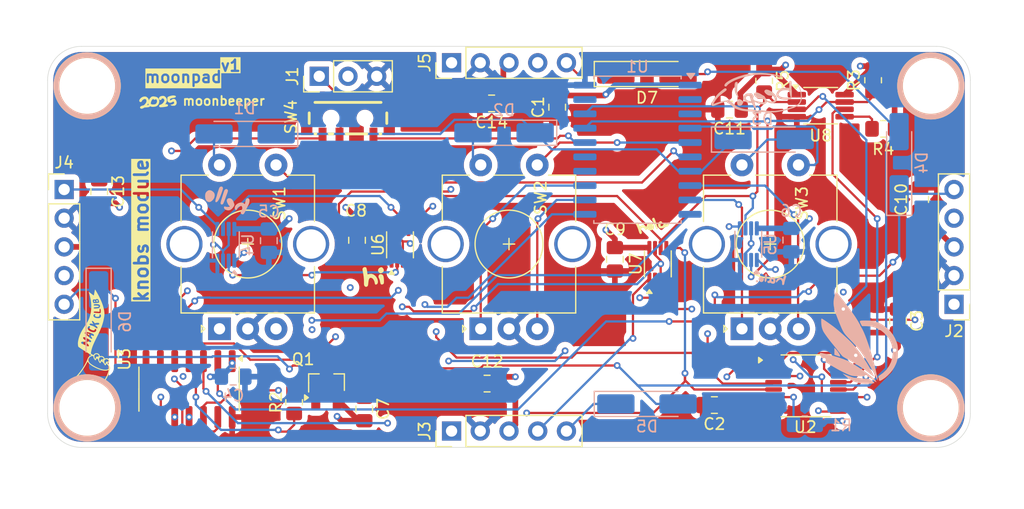
<source format=kicad_pcb>
(kicad_pcb (version 20241229) (generator "pcbnew") (generator_version "9.0")
  (layers (0 "F.Cu" signal) (4 "In1.Cu" signal) (6 "In2.Cu" signal) (2 "B.Cu" signal) (13 "F.Paste" user) (15 "B.Paste" user) (5 "F.SilkS" user "F.Silkscreen") (7 "B.SilkS" user "B.Silkscreen") (1 "F.Mask" user) (3 "B.Mask" user) (25 "Edge.Cuts" user))
  (net 0 "")
  (net 1 "GND")
  (net 2 "+5V")
  (net 3 "Net-(U2-VSS)")
  (net 4 "Net-(D1-A)")
  (net 5 "Net-(J1-Pin_1)")
  (net 6 "Net-(Q1-G)")
  (net 7 "SDA")
  (net 8 "SCL")
  (net 9 "UPDI")
  (net 10 "/EC1_B")
  (net 11 "/EC3_A")
  (net 12 "/EC2_A")
  (net 13 "/EC1_A")
  (net 14 "/EC3_B")
  (net 15 "/EC2_B")
  (net 16 "Net-(U2-~{EN})")
  (net 17 "Net-(U8-READY)")
  (net 18 "/KEY_ROW_1")
  (net 19 "Net-(D2-A)")
  (net 20 "Net-(D3-A)")
  (net 21 "Net-(D4-A)")
  (net 22 "/Base/MASTER_1")
  (net 23 "/Base/MASTER_2")
  (net 24 "/Base/MASTER_3")
  (net 25 "/Base/MASTER_4")
  (net 26 "/Base/SDA_1")
  (net 27 "/Base/SCL_1")
  (net 28 "/Base/SDA_2")
  (net 29 "/Base/SCL_2")
  (net 30 "/Base/SDA_3")
  (net 31 "/Base/SCL_3")
  (net 32 "/Base/SCL_4")
  (net 33 "/Base/SDA_4")
  (net 34 "/Base/MASTER_PMOS")
  (net 35 "/KEY_COL_2")
  (net 36 "/KEY_COL_1")
  (net 37 "/KEY_COL_3")
  (net 38 "/Base/UPDI_H")
  (net 39 "/Base/ANALOG_SW_A0")
  (net 40 "/Base/ANALOG_SW_SDA")
  (net 41 "/Base/ANALOG_SW_A1")
  (net 42 "/Base/ANALOG_SW_SCL")
  (net 43 "/Base/MUX_SWITCH_2")
  (net 44 "/Base/MUX_SWITCH_1")
  (net 45 "/Base/MUX_SWITCH_3")
  (net 46 "/Base/MUX_SWITCH_4")
  (footprint "Connector_PinHeader_2.54mm:PinHeader_1x05_P2.54mm_Vertical" (layer "F.Cu") (at 191.72 61.15 90)
    (property "Reference" "J5")
    (property "Value" "Top_Connector")
  )
  (footprint "Package_SO:VSSOP-8_3x3mm_P0.65mm" (layer "F.Cu") (at 224.3625 64.95)
    (property "Reference" "U8")
    (property "Value" "TCA4311ADGKR")
  )
  (footprint "LOGO" (layer "F.Cu") (at 160.4 85.3 80)
    (property "Reference" "G***" (hide yes))
    (property "Value" "LOGO" (hide yes))
  )
  (footprint "Capacitor_SMD:C_0805_2012Metric_Pad1.18x1.45mm_HandSolder" (layer "F.Cu") (at 201.0625 65.0875 90)
    (property "Reference" "C1")
    (property "Value" "1uF")
  )
  (footprint "Rotary_Encoder:RotaryEncoder_Alps_EC11E-Switch_Vertical_H20mm_CircularMountingHoles" (layer "F.Cu") (at 217.4 84.7 90)
    (property "Reference" "SW3")
    (property "Value" "RotaryEncoder_Switch" (hide yes))
  )
  (footprint "Package_SO:VSSOP-8_2.3x2mm_P0.5mm" (layer "F.Cu") (at 209.9625 78.95 90)
    (property "Reference" "U7")
    (property "Value" "TS5A23166DCUR")
  )
  (footprint "Rotary_Encoder:RotaryEncoder_Alps_EC11E-Switch_Vertical_H20mm_CircularMountingHoles" (layer "F.Cu") (at 194.3 84.7 90)
    (property "Reference" "SW2")
    (property "Value" "RotaryEncoder_Switch" (hide yes))
  )
  (footprint "Connector_PinHeader_2.54mm:PinHeader_1x05_P2.54mm_Vertical" (layer "F.Cu") (at 236.1525 82.53 180)
    (property "Reference" "J2")
    (property "Value" "Right_Connector")
  )
  (footprint "LOGO" (layer "F.Cu") (at 184.8 80.1)
    (property "Reference" "G***" (hide yes))
    (property "Value" "LOGO" (hide yes))
  )
  (footprint "Capacitor_SMD:C_0805_2012Metric_Pad1.18x1.45mm_HandSolder" (layer "F.Cu") (at 195.2625 64.75 180)
    (property "Reference" "C14")
    (property "Value" "1uF")
  )
  (footprint "MountingHole:MountingHole_2.2mm_M2" (layer "F.Cu") (at 234.1 63.2)
    (property "Reference" "H2" (hide yes))
    (property "Value" "MountingHole")
  )
  (footprint "Capacitor_SMD:C_0805_2012Metric_Pad1.18x1.45mm_HandSolder" (layer "F.Cu") (at 216.3 65.3 180)
    (property "Reference" "C11")
    (property "Value" "1uF")
  )
  (footprint "Capacitor_SMD:C_0805_2012Metric_Pad1.18x1.45mm_HandSolder" (layer "F.Cu") (at 183.3625 76.865 90)
    (property "Reference" "C8")
    (property "Value" "1uF")
  )
  (footprint "Connector_PinHeader_2.54mm:PinHeader_1x05_P2.54mm_Vertical" (layer "F.Cu") (at 191.72 93.75 90)
    (property "Reference" "J3")
    (property "Value" "Bottom_Connector")
  )
  (footprint "Diode_SMD:D_MiniMELF_Handsoldering" (layer "F.Cu") (at 209 62.15)
    (property "Reference" "D7")
    (property "Value" "1N4148")
  )
  (footprint "Rotary_Encoder:RotaryEncoder_Alps_EC11E-Switch_Vertical_H20mm_CircularMountingHoles" (layer "F.Cu") (at 171.2 84.7 90)
    (property "Reference" "SW1")
    (property "Value" "RotaryEncoder_Switch" (hide yes))
  )
  (footprint "Package_SO:SOIC-14_3.9x8.7mm_P1.27mm" (layer "F.Cu") (at 168.510854 90.0375 -90)
    (property "Reference" "U3")
    (property "Value" "ATtiny414-SS")
  )
  (footprint "Resistor_SMD:R_0805_2012Metric_Pad1.20x1.40mm_HandSolder" (layer "F.Cu") (at 229 62.7 -90)
    (property "Reference" "R3")
    (property "Value" "4.7k")
  )
  (footprint "LOGO" (layer "F.Cu") (at 165.7 64.6)
    (property "Reference" "G***" (hide yes))
    (property "Value" "LOGO" (hide yes))
  )
  (footprint "Resistor_SMD:R_0805_2012Metric_Pad1.20x1.40mm_HandSolder" (layer "F.Cu") (at 177.8 91.2 -90)
    (property "Reference" "R2")
    (property "Value" "4.7k")
  )
  (footprint "Capacitor_SMD:C_0805_2012Metric_Pad1.18x1.45mm_HandSolder" (layer "F.Cu") (at 160.5625 72.55 90)
    (property "Reference" "C13")
    (property "Value" "1uF")
  )
  (footprint "Package_SO:VSSOP-8_2.3x2mm_P0.5mm" (layer "F.Cu") (at 187.1625 77.265 90)
    (property "Reference" "U6")
    (property "Value" "TS5A23166DCUR")
  )
  (footprint "Resistor_SMD:R_0805_2012Metric_Pad1.20x1.40mm_HandSolder" (layer "F.Cu") (at 219.3625 62.75 -90)
    (property "Reference" "R5")
    (property "Value" "4.7k")
  )
  (footprint "kicad_why:SOT-23_Handsoldering" (layer "F.Cu") (at 180.6625 89.45 90)
    (property "Reference" "Q1")
    (property "Value" "PMOS")
  )
  (footprint "MountingHole:MountingHole_2.2mm_M2" (layer "F.Cu") (at 159.5 91.7)
    (property "Reference" "H4" (hide yes))
    (property "Value" "MountingHole")
  )
  (footprint "Package_SO:TSSOP-16_4.4x5mm_P0.65mm" (layer "F.Cu") (at 223.0625 89.75)
    (property "Reference" "U2")
    (property "Value" "TMUX4052")
  )
  (footprint "Capacitor_SMD:C_0805_2012Metric_Pad1.18x1.45mm_HandSolder" (layer "F.Cu") (at 184 91.8 -90)
    (property "Reference" "C7")
    (property "Value" "1uF")
  )
  (footprint "LOGO" (layer "F.Cu") (at 209.5 75.6)
    (property "Reference" "G***" (hide yes))
    (property "Value" "LOGO" (hide yes))
  )
  (footprint "Capacitor_SMD:C_0805_2012Metric_Pad1.18x1.45mm_HandSolder" (layer "F.Cu") (at 214.9625 91.45 180)
    (property "Reference" "C2")
    (property "Value" "1uF")
  )
  (footprint "MSS12C02LS:SW-SMD_MSS12C02LS-HB2.0-1" (layer "F.Cu") (at 182.5625 66.38)
    (property "Reference" "SW4")
    (property "Value" "SW_SPDT")
  )
  (footprint "MountingHole:MountingHole_2.2mm_M2" (layer "F.Cu") (at 234.1 91.7)
    (property "Reference" "H3" (hide yes))
    (property "Value" "MountingHole")
  )
  (footprint "Capacitor_SMD:C_0805_2012Metric_Pad1.18x1.45mm_HandSolder" (layer "F.Cu") (at 206.1625 78.55 90)
    (property "Reference" "C9")
    (property "Value" "1uF")
  )
  (footprint "Capacitor_SMD:C_0805_2012Metric_Pad1.18x1.45mm_HandSolder" (layer "F.Cu") (at 231.2 84 -90)
    (property "Reference" "C3")
    (property "Value" "1uF")
  )
  (footprint "Resistor_SMD:R_0805_2012Metric_Pad1.20x1.40mm_HandSolder" (layer "F.Cu") (at 229.9 67)
    (property "Reference" "R4")
    (property "Value" "10k")
  )
  (footprint "Capacitor_SMD:C_0805_2012Metric_Pad1.18x1.45mm_HandSolder" (layer "F.Cu") (at 194.8625 89.55 180)
    (property "Reference" "C12")
    (property "Value" "1uF")
  )
  (footprint "Connector_PinHeader_2.54mm:PinHeader_1x03_P2.54mm_Vertical" (layer "F.Cu") (at 180.0225 62.35 90)
    (property "Reference" "J1")
    (property "Value" "UPDI_Common")
  )
  (footprint "Capacitor_SMD:C_0805_2012Metric_Pad1.18x1.45mm_HandSolder" (layer "F.Cu") (at 233.1625 73.25 90)
    (property "Reference" "C10")
    (property "Value" "1uF")
  )
  (footprint "MountingHole:MountingHole_2.2mm_M2" (layer "F.Cu") (at 159.5 63.2)
    (property "Reference" "H1" (hide yes))
    (property "Value" "MountingHole")
  )
  (footprint "Connector_PinHeader_2.54mm:PinHeader_1x05_P2.54mm_Vertical" (layer "F.Cu") (at 157.4625 72.37)
    (property "Reference" "J4")
    (property "Value" "Left_Connector")
  )
  (footprint "Capacitor_SMD:C_0805_2012Metric_Pad1.18x1.45mm_HandSolder" (layer "B.Cu") (at 172.410854 88.9375 180)
    (property "Reference" "C4")
    (property "Value" "1uF")
  )
  (footprint "Diode_SMD:D_MiniMELF_Handsoldering" (layer "B.Cu") (at 219.3625 67.95)
    (property "Reference" "D3")
    (property "Value" "1N4148")
  )
  (footprint "Package_SO:SOIC-20W_7.5x12.8mm_P1.27mm" (layer "B.Cu") (at 208.1625 68.85 180)
    (property "Reference" "U1")
    (property "Value" "ATtiny1616-S")
  )
  (footprint "Diode_SMD:D_MiniMELF_Handsoldering" (layer "B.Cu") (at 196.3625 67.35 180)
    (property "Reference" "D2")
    (property "Value" "1N4148")
  )
  (footprint "Capacitor_SMD:C_0805_2012Metric_Pad1.18x1.45mm_HandSolder" (layer "B.Cu") (at 175.5625 76.9025 90)
    (property "Reference" "C5")
    (property "Value" "1uF")
  )
  (footprint "Package_SO:VSSOP-8_2.3x2mm_P0.5mm" (layer "B.Cu") (at 171.7625 77.265 90)
    (property "Reference" "U4")
    (property "Value" "TS5A23166DCUR")
  )
  (footprint "Diode_SMD:D_MiniMELF_Handsoldering" (layer "B.Cu") (at 209 91.35)
    (property "Reference" "D5")
    (property "Value" "1N4148")
  )
  (footprint "Diode_SMD:D_MiniMELF_Handsoldering" (layer "B.Cu") (at 231.3 70 90)
    (property "Reference" "D4")
    (property "Value" "1N4148")
  )
  (footprint "Diode_SMD:D_MiniMELF_Handsoldering" (layer "B.Cu") (at 173.4625 67.45 180)
    (property "Reference" "D1")
    (property "Value" "1N4148")
  )
  (footprint "LOGO" (layer "B.Cu") (at 227.75 85.5 180)
    (property "Reference" "G***" (hide yes))
    (property "Value" "LOGO" (hide yes))
  )
  (footprint "Package_SO:VSSOP-8_2.3x2mm_P0.5mm" (layer "B.Cu") (at 217.9625 77.2125 90)
    (property "Reference" "U5")
    (property "Value" "TS5A23166DCUR")
  )
  (footprint "LOGO" (layer "B.Cu") (at 220 80.4 180)
    (property "Reference" "G***" (hide yes))
    (property "Value" "LOGO" (hide yes))
  )
  (footprint "Diode_SMD:D_MiniMELF_Handsoldering" (layer "B.Cu") (at 160.510854 84 -90)
    (property "Reference" "D6")
    (property "Value" "1N4148")
  )
  (footprint "Capacitor_SMD:C_0805_2012Metric_Pad1.18x1.45mm_HandSolder" (layer "B.Cu") (at 221.7625 76.85 90)
    (property "Reference" "C6")
    (property "Value" "1uF")
  )
  (footprint "LOGO" (layer "B.Cu") (at 171.8 73.4 160)
    (property "Reference" "G***" (hide yes))
    (property "Value" "LOGO" (hide yes))
  )
  (footprint "LOGO" (layer "B.Cu") (at 218.7 63.8 180)
    (property "Reference" "G***" (hide yes))
    (property "Value" "LOGO" (hide yes))
  )
  (footprint "Resistor_SMD:R_0805_2012Metric_Pad1.20x1.40mm_HandSolder" (layer "B.Cu") (at 222.9625 93.15)
    (property "Reference" "R1")
    (property "Value" "10k")
  )
  (gr_circle (center 159.5 63.2) (end 162.1 64) (stroke (width 0.5)) (fill no) (layer "F.SilkS"))
  (gr_circle (center 234.1 63.2) (end 236.7 64) (stroke (width 0.5)) (fill no) (layer "F.SilkS"))
  (gr_circle (center 159.5 91.7) (end 162.1 92.5) (stroke (width 0.5)) (fill no) (layer "F.SilkS"))
  (gr_circle (center 234.1 91.7) (end 236.7 92.5) (stroke (width 0.5)) (fill no) (layer "F.SilkS"))
  (gr_circle (center 234.1 91.7) (end 231.5 92.5) (stroke (width 0.5)) (fill no) (layer "B.SilkS"))
  (gr_circle (center 159.5 91.7) (end 156.9 92.5) (stroke (width 0.5)) (fill no) (layer "B.SilkS"))
  (gr_circle (center 159.5 63.2) (end 156.9 64) (stroke (width 0.5)) (fill no) (layer "B.SilkS"))
  (gr_circle (center 234.1 63.2) (end 231.5 64) (stroke (width 0.5)) (fill no) (layer "B.SilkS"))
  (gr_arc (start 159 95.2) (mid 156.878685 94.321331) (end 156 92.2) (stroke (width 0.05)) (layer "Edge.Cuts"))
  (gr_arc (start 237.6 92.2) (mid 236.721323 94.321337) (end 234.6 95.2) (stroke (width 0.05)) (layer "Edge.Cuts"))
  (gr_arc (start 156 62.7) (mid 156.878682 60.578696) (end 159 59.7) (stroke (width 0.05)) (layer "Edge.Cuts"))
  (gr_arc (start 234.6 59.7) (mid 236.721326 60.57869) (end 237.6 62.7) (stroke (width 0.05)) (layer "Edge.Cuts"))
  (gr_line (start 156 92.2) (end 156 62.7) (stroke (width 0.05)) (layer "Edge.Cuts"))
  (gr_line (start 234.6 95.2) (end 159 95.2) (stroke (width 0.05)) (layer "Edge.Cuts"))
  (gr_line (start 159 59.7) (end 234.6 59.7) (stroke (width 0.05)) (layer "Edge.Cuts"))
  (gr_line (start 237.6 62.7) (end 237.6 92.2) (stroke (width 0.05)) (layer "Edge.Cuts"))
  (gr_text "v1" (at 171.2 62 0) (layer "F.SilkS" knockout) (effects (font (size 1 1) (thickness 0.2) (bold yes)) (justify left bottom)))
  (gr_text "moonbeeper" (at 175.3 65 0) (layer "F.SilkS") (effects (font (size 0.8 0.8) (thickness 0.16) (bold yes)) (justify right bottom)))
  (gr_text "knobs module" (at 165 76 90) (layer "F.SilkS" knockout) (effects (font (size 1.2 1.2) (thickness 0.24) (bold yes)) (justify bottom)))
  (gr_text "moonpad" (at 168 63 0) (layer "F.SilkS" knockout) (effects (font (size 1 1) (thickness 0.2) (bold yes)) (justify bottom)))
  (segment (start 228.95 61.75) (end 229 61.7) (width 0.5) (layer "F.Cu") (net 2))
  (segment (start 206.1625 77.5125) (end 209.099 77.5125) (width 0.5) (layer "F.Cu") (net 2))
  (segment (start 197.1625 64.75) (end 197.8625 64.05) (width 0.5) (layer "F.Cu") (net 2))
  (segment (start 158.8625 77.45) (end 157.4625 77.45) (width 0.5) (layer "F.Cu") (net 2))
  (segment (start 220.025 61.75) (end 219.3625 61.75) (width 0.5) (layer "F.Cu") (net 2))
  (segment (start 195.9 89.55) (end 197.3625 91.0125) (width 0.5) (layer "F.Cu") (net 2))
  (segment (start 183.5 92.8375) (end 184 92.8375) (width 0.5) (layer "F.Cu") (net 2))
  (segment (start 219.3625 61.75) (end 217.2625 63.85) (width 0.5) (layer "F.Cu") (net 2))
  (segment (start 160.5625 75.75) (end 158.8625 77.45) (width 0.5) (layer "F.Cu") (net 2))
  (segment (start 231.2 86.3) (end 230.9 86.6) (width 0.5) (layer "F.Cu") (net 2))
  (segment (start 229 61.7) (end 230.9 63.6) (width 0.5) (layer "F.Cu") (net 2))
  (segment (start 226.475 63.975) (end 228.7 61.75) (width 0.5) (layer "F.Cu") (net 2))
  (segment (start 183.3625 75.8275) (end 183.3625 74.95) (width 0.5) (layer "F.Cu") (net 2))
  (segment (start 160.5625 73.5875) (end 162 73.5875) (width 0.5) (layer "F.Cu") (net 2))
  (segment (start 231.2 85.0375) (end 228.3625 85.0375) (width 0.5) (layer "F.Cu") (net 2))
  (segment (start 196.3 64.75) (end 197.1625 64.75) (width 0.5) (layer "F.Cu") (net 2))
  (segment (start 205.3625 63.95) (end 205.2625 64.05) (width 0.5) (layer "F.Cu") (net 2))
  (segment (start 197.3625 88.95) (end 196.5 88.95) (width 0.5) (layer "F.Cu") (net 2))
  (segment (start 229 61.5875) (end 229 61.7) (width 0.5) (layer "F.Cu") (net 2))
  (segment (start 183.3625 75.8275) (end 186.299 75.8275) (width 0.5) (layer "F.Cu") (net 2))
  (segment (start 160.5625 73.5875) (end 160.5625 75.75) (width 0.5) (layer "F.Cu") (net 2))
  (segment (start 196.3 61.65) (end 196.8 61.15) (width 0.5) (layer "F.Cu") (net 2))
  (segment (start 231.2 85.0375) (end 231.2 86.3) (width 0.5) (layer "F.Cu") (net 2))
  (segment (start 217.2625 65.225) (end 217.3375 65.3) (width 0.5) (layer "F.Cu") (net 2))
  (segment (start 220.8625 61.75) (end 221.2625 61.35) (width 0.5) (layer "F.Cu") (net 2))
  (segment (start 233.1625 74.2875) (end 233.1625 74.46) (width 0.5) (layer "F.Cu") (net 2))
  (segment (start 186.299 75.8275) (end 186.3365 75.865) (width 0.5) (layer "F.Cu") (net 2))
  (segment (start 196.5 88.95) (end 195.9 89.55) (width 0.5) (layer "F.Cu") (net 2))
  (segment (start 206.1625 77.5125) (end 206.1625 76.75) (width 0.5) (layer "F.Cu") (net 2))
  (segment (start 217.2625 63.85) (end 217.2625 65.225) (width 0.5) (layer "F.Cu") (net 2))
  (segment (start 206.1625 76.75) (end 205.3625 75.95) (width 0.5) (layer "F.Cu") (net 2))
  (segment (start 209.099 77.5125) (end 209.1365 77.55) (width 0.5) (layer "F.Cu") (net 2))
  (segment (start 183.3625 74.95) (end 182.3625 73.95) (width 0.5) (layer "F.Cu") (net 2))
  (segment (start 222.25 63.975) (end 220.025 61.75) (width 0.5) (layer "F.Cu") (net 2))
  (segment (start 205.2625 64.05) (end 201.0625 64.05) (width 0.5) (layer "F.Cu") (net 2))
  (segment (start 196.3 64.75) (end 196.3 61.65) (width 0.5) (layer "F.Cu") (net 2))
  (segment (start 162 73.5875) (end 162.3625 73.95) (width 0.5) (layer "F.Cu") (net 2))
  (segment (start 197.3625 91.0125) (end 197.3625 93.1875) (width 0.5) (layer "F.Cu") (net 2))
  (segment (start 181.9875 92.8375) (end 181.6 92.45) (width 0.5) (layer "F.Cu") (net 2))
  (segment (start 184 92.8375) (end 181.9875 92.8375) (width 0.5) (layer "F.Cu") (net 2))
  (segment (start 228.8625 61.45) (end 229 61.5875) (width 0.5) (layer "F.Cu") (net 2))
  (segment (start 233.1625 74.46) (end 236.1525 77.45) (width 0.5) (layer "F.Cu") (net 2))
  (segment (start 197.8625 64.05) (end 201.0625 64.05) (width 0.5) (layer "F.Cu") (net 2))
  (segment (start 230.9 63.6) (end 230.9 67) (width 0.5) (layer "F.Cu") (net 2))
  (segment (start 228.7 61.75) (end 228.95 61.75) (width 0.5) (layer "F.Cu") (net 2))
  (segment (start 228.3625 85.0375) (end 225.925 87.475) (width 0.5) (layer "F.Cu") (net 2))
  (segment (start 197.3625 93.1875) (end 196.8 93.75) (width 0.5) (layer "F.Cu") (net 2))
  (segment (start 227.8625 61.45) (end 228.8625 61.45) (width 0.5) (layer "F.Cu") (net 2))
  (segment (start 219.3625 61.75) (end 220.8625 61.75) (width 0.5) (layer "F.Cu") (net 2))
  (segment (start 181.6125 90.95) (end 183.5 92.8375) (width 0.5) (layer "F.Cu") (net 2))
  (via (at 223.3625 74.95) (size 0.6) (drill 0.3) (layers "F.Cu" "B.Cu") (net 2))
  (via (at 162.3625 73.95) (size 0.6) (drill 0.3) (layers "F.Cu" "B.Cu") (net 2))
  (via (at 197.3625 88.95) (size 0.6) (drill 0.3) (layers "F.Cu" "B.Cu") (net 2))
  (via (at 205.3625 63.95) (size 0.6) (drill 0.3) (layers "F.Cu" "B.Cu") (net 2))
  (via (at 177.3625 74.95) (size 0.6) (drill 0.3) (layers "F.Cu" "B.Cu") (net 2))
  (via (at 181.6 92.45) (size 0.6) (drill 0.3) (layers "F.Cu" "B.Cu") (net 2))
  (via (at 182.3625 73.95) (size 0.6) (drill 0.3) (layers "F.Cu" "B.Cu") (net 2))
  (via (at 227.8625 61.45) (size 0.6) (drill 0.3) (layers "F.Cu" "B.Cu") (net 2))
  (via (at 230.9 86.6) (size 0.6) (drill 0.3) (layers "F.Cu" "B.Cu") (net 2))
  (via (at 205.3625 75.95) (size 0.6) (drill 0.3) (layers "F.Cu" "B.Cu") (net 2))
  (via (at 172.320854 87.7375) (size 0.6) (drill 0.3) (layers "F.Cu" "B.Cu") (net 2))
  (via (at 170.380854 88.95) (size 0.6) (drill 0.3) (layers "F.Cu" "B.Cu") (net 2))
  (via (at 226.2625 92.85) (size 0.6) (drill 0.3) (layers "F.Cu" "B.Cu") (net 2))
  (via (at 221.2625 61.35) (size 0.6) (drill 0.3) (layers "F.Cu" "B.Cu") (net 2))
  (segment (start 212.8125 63.135) (end 206.1775 63.135) (width 0.5) (layer "B.Cu") (net 2))
  (segment (start 176.4475 75.865) (end 177.3625 74.95) (width 0.5) (layer "B.Cu") (net 2))
  (segment (start 224.5625 93.15) (end 223.9625 93.15) (width 0.5) (layer "B.Cu") (net 2))
  (segment (start 175.5625 75.865) (end 176.4475 75.865) (width 0.5) (layer "B.Cu") (net 2))
  (segment (start 171.625854 88.685) (end 172.320854 87.99) (width 0.5) (layer "B.Cu") (net 2))
  (segment (start 171.373354 88.685) (end 171.625854 88.685) (width 0.5) (layer "B.Cu") (net 2))
  (segment (start 170.393354 88.9375) (end 170.380854 88.95) (width 0.5) (layer "B.Cu") (net 2))
  (segment (start 222.5 75.8125) (end 223.3625 74.95) (width 0.5) (layer "B.Cu") (net 2))
  (segment (start 175.5625 75.865) (end 172.5885 75.865) (width 0.5) (layer "B.Cu") (net 2))
  (segment (start 206.1775 63.135) (end 205.3625 63.95) (width 0.5) (layer "B.Cu") (net 2))
  (segment (start 226.2625 92.85) (end 224.8625 92.85) (width 0.5) (layer "B.Cu") (net 2))
  (segment (start 171.373354 88.9375) (end 171.373354 88.685) (width 0.5) (layer "B.Cu") (net 2))
  (segment (start 224.8625 92.85) (end 224.5625 93.15) (width 0.5) (layer "B.Cu") (net 2))
  (segment (start 172.320854 87.99) (end 172.320854 87.7375) (width 0.5) (layer "B.Cu") (net 2))
  (segment (start 221.7625 75.8125) (end 222.5 75.8125) (width 0.5) (layer "B.Cu") (net 2))
  (segment (start 221.7625 75.8125) (end 218.7885 75.8125) (width 0.5) (layer "B.Cu") (net 2))
  (segment (start 171.373354 88.9375) (end 170.393354 88.9375) (width 0.5) (layer "B.Cu") (net 2))
  (segment (start 216 91.45) (end 220.125 91.45) (width 0.2) (layer "F.Cu") (net 3))
  (segment (start 220.125 91.45) (end 220.2 91.375) (width 0.2) (layer "F.Cu") (net 3))
  (segment (start 170.7125 69.7125) (end 171.2 70.2) (width 0.2) (layer "B.Cu") (net 4))
  (segment (start 170.7125 67.45) (end 170.7125 69.7125) (width 0.2) (layer "B.Cu") (net 4))
  (segment (start 181.9135 67.699) (end 181.9135 64.241) (width 0.2) (layer "F.Cu") (net 5))
  (segment (start 181.8125 67.8) (end 181.9135 67.699) (width 0.2) (layer "F.Cu") (net 5))
  (segment (start 181.9135 64.241) (end 180.0225 62.35) (width 0.2) (layer "F.Cu") (net 5))
  (segment (start 179.7125 90.95) (end 178.9625 90.2) (width 0.2) (layer "F.Cu") (net 6))
  (segment (start 178.9625 90.2) (end 177.8 90.2) (width 0.2) (layer "F.Cu") (net 6))
  (segment (start 212.9625 82.95) (end 210.3625 82.95) (width 0.2) (layer "F.Cu") (net 7))
  (segment (start 209.3625 81.95) (end 208.3625 81.95) (width 0.2) (layer "F.Cu") (net 7))
  (segment (start 209.7125 82.3) (end 209.7125 80.974999) (width 0.2) (layer "F.Cu") (net 7))
  (segment (start 179.3625 79.95) (end 172.3625 79.95) (width 0.2) (layer "F.Cu") (net 7))
  (segment (start 224.8875 64.625) (end 226.475 64.625) (width 0.2) (layer "F.Cu") (net 7))
  (segment (start 224.2125 65.3) (end 224.8875 64.625) (width 0.2) (layer "F.Cu") (net 7))
  (segment (start 186.9125 78.665) (end 186.9125 79.549) (width 0.2) (layer "F.Cu") (net 7))
  (segment (start 209.7125 80.35) (end 209.7125 80.974999) (width 0.2) (layer "F.Cu") (net 7))
  (segment (start 219.6625 66.299) (end 219.6625 78.65) (width 0.2) (layer "F.Cu") (net 7))
  (segment (start 209.7125 82.3) (end 209.3625 81.95) (width 0.2) (layer "F.Cu") (net 7))
  (segment (start 186.9125 79.549) (end 186.7625 79.699) (width 0.2) (layer "F.Cu") (net 7))
  (segment (start 228.4875 64.625) (end 229 64.1125) (width 0.2) (layer "F.Cu") (net 7))
  (segment (start 226.475 64.625) (end 228.4875 64.625) (width 0.2) (layer "F.Cu") (net 7))
  (segment (start 229 64.1125) (end 229 63.7) (width 0.2) (layer "F.Cu") (net 7))
  (segment (start 210.3625 82.95) (end 209.7125 82.3) (width 0.2) (layer "F.Cu") (net 7))
  (segment (start 219.6625 78.65) (end 218.2125 80.1) (width 0.2) (layer "F.Cu") (net 7))
  (via (at 219.6625 66.299) (size 0.6) (drill 0.3) (layers "F.Cu" "B.Cu") (net 7))
  (via (at 179.3625 79.95) (size 0.6) (drill 0.3) (layers "F.Cu" "B.Cu") (net 7))
  (via (at 218.2125 80.1) (size 0.6) (drill 0.3) (layers "F.Cu" "B.Cu") (net 7))
  (via (at 208.3625 81.95) (size 0.6) (drill 0.3) (layers "F.Cu" "B.Cu") (net 7))
  (via (at 224.2125 65.3) (size 0.6) (drill 0.3) (layers "F.Cu" "B.Cu") (net 7))
  (via (at 186.7625 79.699) (size 0.6) (drill 0.3) (layers "F.Cu" "B.Cu") (net 7))
  (via (at 212.9625 82.95) (size 0.6) (drill 0.3) (layers "F.Cu" "B.Cu") (net 7))
  (via (at 172.3625 79.95) (size 0.6) (drill 0.3) (layers "F.Cu" "B.Cu") (net 7))
  (segment (start 219.6625 66.299) (end 219.4135 66.299) (width 0.2) (layer "B.Cu") (net 7))
  (segment (start 219.3685 66.344) (end 204.1135 66.344) (width 0.2) (layer "B.Cu") (net 7))
  (segment (start 179.6135 79.699) (end 179.3625 79.95) (width 0.2) (layer "B.Cu") (net 7))
  (segment (start 218.2125 80.1) (end 218.2125 78.6125) (width 0.2) (layer "B.Cu") (net 7))
  (segment (start 172.3625 79.95) (end 172.0125 79.6) (width 0.2) (layer "B.Cu") (net 7))
  (segment (start 172.0125 79.6) (end 172.0125 78.665) (width 0.2) (layer "B.Cu") (net 7))
  (segment (start 223.2135 66.299) (end 219.6625 66.299) (width 0.2) (layer "B.Cu") (net 7))
  (segment (start 204.1135 66.344) (end 203.5125 66.945) (width 0.2) (layer "B.Cu") (net 7))
  (segment (start 186.7625 79.699) (end 179.6135 79.699) (width 0.2) (layer "B.Cu") (net 7))
  (segment (start 224.2125 65.3) (end 223.2135 66.299) (width 0.2) (layer "B.Cu") (net 7))
  (segment (start 219.4135 66.299) (end 219.3685 66.344) (width 0.2) (layer "B.Cu") (net 7))
  (segment (start 218.364915 72.947585) (end 218.7625 72.55) (width 0.2) (layer "F.Cu") (net 8))
  (segment (start 219.3625 64.65) (end 218.7625 65.25) (width 0.2) (layer "F.Cu") (net 8))
  (segment (start 218.7625 72.55) (end 218.7625 65.25) (width 0.2) (layer "F.Cu") (net 8))
  (segment (start 220.2375 64.625) (end 222.25 64.625) (width 0.2) (layer "F.Cu") (net 8))
  (segment (start 219.3625 63.75) (end 220.2375 64.625) (width 0.2) (layer "F.Cu") (net 8))
  (segment (start 218.364915 72.949) (end 218.364915 72.947585) (width 0.2) (layer "F.Cu") (net 8))
  (segment (start 206.3625 72.95) (end 189.702501 72.95) (width 0.2) (layer "F.Cu") (net 8))
  (segment (start 189.702501 72.95) (end 187.4125 75.240001) (width 0.2) (layer "F.Cu") (net 8))
  (segment (start 219.3625 63.75) (end 219.3625 64.65) (width 0.2) (layer "F.Cu") (net 8))
  (segment (start 187.4125 75.240001) (end 187.4125 75.865) (width 0.2) (layer "F.Cu") (net 8))
  (segment (start 210.2125 76.925001) (end 210.2125 77.55) (width 0.2) (layer "F.Cu") (net 8))
  (segment (start 218.363915 72.95) (end 214.187501 72.95) (width 0.2) (layer "F.Cu") (net 8))
  (segment (start 210.2125 77.55) (end 210.2125 76.8) (width 0.2) (layer "F.Cu") (net 8))
  (segment (start 210.2125 76.8) (end 206.3625 72.95) (width 0.2) (layer "F.Cu") (net 8))
  (segment (start 187.4125 75.865) (end 187.4125 75) (width 0.2) (layer "F.Cu") (net 8))
  (segment (start 187.4125 75) (end 186.3625 73.95) (width 0.2) (layer "F.Cu") (net 8))
  (segment (start 214.187501 72.95) (end 210.2125 76.925001) (width 0.2) (layer "F.Cu") (net 8))
  (segment (start 218.364915 72.949) (end 218.363915 72.95) (width 0.2) (layer "F.Cu") (net 8))
  (via (at 186.3625 73.95) (size 0.6) (drill 0.3) (layers "F.Cu" "B.Cu") (net 8))
  (via (at 218.364915 72.949) (size 0.6) (drill 0.3) (layers "F.Cu" "B.Cu") (net 8))
  (via (at 218.7625 65.25) (size 0.6) (drill 0.3) (layers "F.Cu" "B.Cu") (net 8))
  (segment (start 171.5125 75.240001) (end 171.5125 75.865) (width 0.2) (layer "B.Cu") (net 8))
  (segment (start 218.5185 65.006) (end 204.1815 65.006) (width 0.2) (layer "B.Cu") (net 8))
  (segment (start 186.3625 73.95) (end 185.3625 72.95) (width 0.2) (layer "B.Cu") (net 8))
  (segment (start 218.3625 74.002057) (end 217.7125 74.652057) (width 0.2) (layer "B.Cu") (net 8))
  (segment (start 218.3625 72.951415) (end 218.3625 74.002057) (width 0.2) (layer "B.Cu") (net 8))
  (segment (start 217.7125 74.652057) (end 217.7125 75.8125) (width 0.2) (layer "B.Cu") (net 8))
  (segment (start 204.1815 65.006) (end 203.5125 65.675) (width 0.2) (layer "B.Cu") (net 8))
  (segment (start 185.3625 72.95) (end 173.802501 72.95) (width 0.2) (layer "B.Cu") (net 8))
  (segment (start 173.802501 72.95) (end 171.5125 75.240001) (width 0.2) (layer "B.Cu") (net 8))
  (segment (start 218.7625 65.25) (end 218.5185 65.006) (width 0.2) (layer "B.Cu") (net 8))
  (segment (start 218.364915 72.949) (end 218.3625 72.951415) (width 0.2) (layer "B.Cu") (net 8))
  (segment (start 201.3169 67.616) (end 202.052827 67.616) (width 0.2) (layer "F.Cu") (net 9))
  (segment (start 201.0819 67.851) (end 201.3169 67.616) (width 0.2) (layer "F.Cu") (net 9))
  (segment (start 184.8635 67.851) (end 201.0819 67.851) (width 0.2) (layer "F.Cu") (net 9))
  (segment (start 184.8125 67.8) (end 184.8635 67.851) (width 0.2) (layer "F.Cu") (net 9))
  (via (at 202.052827 67.616) (size 0.6) (drill 0.3) (layers "F.Cu" "B.Cu") (net 9))
  (segment (start 202.651827 68.215) (end 203.5125 68.215) (width 0.2) (layer "B.Cu") (net 9))
  (segment (start 202.052827 67.616) (end 202.651827 68.215) (width 0.2) (layer "B.Cu") (net 9))
  (via (at 179.3625 83.95) (size 0.6) (drill 0.3) (layers "F.Cu" "B.Cu") (net 10))
  (segment (start 185.9605 83.352) (end 192.377543 83.352) (width 0.2) (layer "B.Cu") (net 10))
  (segment (start 192.377543 83.352) (end 195.779543 79.95) (width 0.2) (layer "B.Cu") (net 10))
  (segment (start 185.3625 83.95) (end 185.9605 83.352) (width 0.2) (layer "B.Cu") (net 10))
  (segment (start 179.3625 83.95) (end 185.3625 83.95) (width 0.2) (layer "B.Cu") (net 10))
  (segment (start 207.4275 79.95) (end 212.8125 74.565) (width 0.2) (layer "B.Cu") (net 10))
  (segment (start 195.779543 79.95) (end 207.4275 79.95) (width 0.2) (layer "B.Cu") (net 10))
  (segment (start 217.1125 73.7) (end 217.4 73.9875) (width 0.2) (layer "F.Cu") (net 11))
  (segment (start 217.4 73.9875) (end 217.4 84.7) (width 0.2) (layer "F.Cu") (net 11))
  (via (at 217.1125 73.7) (size 0.6) (drill 0.3) (layers "F.Cu" "B.Cu") (net 11))
  (segment (start 216.7075 73.295) (end 212.8125 73.295) (width 0.2) (layer "B.Cu") (net 11))
  (segment (start 217.1125 73.7) (end 216.7075 73.295) (width 0.2) (layer "B.Cu") (net 11))
  (segment (start 194.3 76.0125) (end 194.3 84.7) (width 0.2) (layer "F.Cu") (net 12))
  (segment (start 195.3625 74.95) (end 194.3 76.0125) (width 0.2) (layer "F.Cu") (net 12))
  (via (at 195.3625 74.95) (size 0.6) (drill 0.3) (layers "F.Cu" "B.Cu") (net 12))
  (segment (start 203.5125 72.025) (end 198.2875 72.025) (width 0.2) (layer "B.Cu") (net 12))
  (segment (start 198.2875 72.025) (end 195.3625 74.95) (width 0.2) (layer "B.Cu") (net 12))
  (via (at 189.3625 82.55) (size 0.6) (drill 0.3) (layers "F.Cu" "B.Cu") (net 13))
  (segment (start 191.3625 82.752) (end 192.1645 81.95) (width 0.2) (layer "B.Cu") (net 13))
  (segment (start 193.212443 81.95) (end 200.597443 74.565) (width 0.2) (layer "B.Cu") (net 13))
  (segment (start 189.5645 82.752) (end 191.3625 82.752) (width 0.2) (layer "B.Cu") (net 13))
  (segment (start 189.3625 82.55) (end 189.5645 82.752) (width 0.2) (layer "B.Cu") (net 13))
  (segment (start 200.597443 74.565) (end 203.5125 74.565) (width 0.2) (layer "B.Cu") (net 13))
  (segment (start 192.1645 81.95) (end 193.212443 81.95) (width 0.2) (layer "B.Cu") (net 13))
  (segment (start 222.3625 84.6625) (end 222.4 84.7) (width 0.2) (layer "F.Cu") (net 14))
  (segment (start 222.3625 74.95) (end 222.3625 84.6625) (width 0.2) (layer "F.Cu") (net 14))
  (segment (start 222.00625 74.59375) (end 222.3625 74.95) (width 0.2) (layer "F.Cu") (net 14))
  (via (at 222.00625 74.59375) (size 0.6) (drill 0.3) (layers "F.Cu" "B.Cu") (net 14))
  (segment (start 222.00625 74.59375) (end 219.4375 72.025) (width 0.2) (layer "B.Cu") (net 14))
  (segment (start 219.4375 72.025) (end 212.8125 72.025) (width 0.2) (layer "B.Cu") (net 14))
  (segment (start 199.3 75.0125) (end 199.3 84.7) (width 0.2) (layer "F.Cu") (net 15))
  (segment (start 199.3625 74.95) (end 199.3 75.0125) (width 0.2) (layer "F.Cu") (net 15))
  (via (at 199.3625 74.95) (size 0.6) (drill 0.3) (layers "F.Cu" "B.Cu") (net 15))
  (segment (start 201.0175 73.295) (end 199.3625 74.95) (width 0.2) (layer "B.Cu") (net 15))
  (segment (start 203.5125 73.295) (end 201.0175 73.295) (width 0.2) (layer "B.Cu") (net 15))
  (segment (start 221.1375 90.725) (end 220.2 90.725) (width 0.2) (layer "F.Cu") (net 16))
  (segment (start 221.1625 90.75) (end 221.1375 90.725) (width 0.2) (layer "F.Cu") (net 16))
  (segment (start 221.9625 90.75) (end 221.1625 90.75) (width 0.2) (layer "F.Cu") (net 16))
  (via (at 221.9625 90.75) (size 0.6) (drill 0.3) (layers "F.Cu" "B.Cu") (net 16))
  (segment (start 221.9625 90.75) (end 221.9625 93.15) (width 0.2) (layer "B.Cu") (net 16))
  (segment (start 228.9 66.15) (end 228.9 67) (width 0.2) (layer "F.Cu") (net 17))
  (segment (start 226.475 65.925) (end 228.675 65.925) (width 0.2) (layer "F.Cu") (net 17))
  (segment (start 228.675 65.925) (end 228.9 66.15) (width 0.2) (layer "F.Cu") (net 17))
  (segment (start 209.848501 68.816) (end 211.787501 70.755) (width 0.2) (layer "B.Cu") (net 18))
  (segment (start 216.6125 67.95) (end 213.8075 70.755) (width 0.2) (layer "B.Cu") (net 18))
  (segment (start 176.2125 67.45) (end 190.72634 67.45) (width 0.2) (layer "B.Cu") (net 18))
  (segment (start 200.5785 68.816) (end 209.848501 68.816) (width 0.2) (layer "B.Cu") (net 18))
  (segment (start 211.787501 70.755) (end 212.8125 70.755) (width 0.2) (layer "B.Cu") (net 18))
  (segment (start 213.8075 70.755) (end 212.8125 70.755) (width 0.2) (layer "B.Cu") (net 18))
  (segment (start 190.72634 67.45) (end 191.97734 66.199) (width 0.2) (layer "B.Cu") (net 18))
  (segment (start 199.1125 67.35) (end 200.5785 68.816) (width 0.2) (layer "B.Cu") (net 18))
  (segment (start 191.97734 66.199) (end 197.9615 66.199) (width 0.2) (layer "B.Cu") (net 18))
  (segment (start 197.9615 66.199) (end 199.1125 67.35) (width 0.2) (layer "B.Cu") (net 18))
  (segment (start 193.6125 69.5125) (end 194.3 70.2) (width 0.2) (layer "B.Cu") (net 19))
  (segment (start 193.6125 67.35) (end 193.6125 69.5125) (width 0.2) (layer "B.Cu") (net 19))
  (segment (start 219.65 67.95) (end 217.4 70.2) (width 0.2) (layer "B.Cu") (net 20))
  (segment (start 222.1125 67.95) (end 219.65 67.95) (width 0.2) (layer "B.Cu") (net 20))
  (segment (start 194.263614 88.198943) (end 182.198943 88.198943) (width 0.2) (layer "F.Cu") (net 21))
  (segment (start 206.3625 87.95) (end 194.512557 87.95) (width 0.2) (layer "F.Cu") (net 21))
  (segment (start 180.6625 87.95) (end 177.698354 87.95) (width 0.2) (layer "F.Cu") (net 21))
  (segment (start 181.95 87.95) (end 180.6625 87.95) (width 0.2) (layer "F.Cu") (net 21))
  (segment (start 182.198943 88.198943) (end 181.95 87.95) (width 0.2) (layer "F.Cu") (net 21))
  (segment (start 194.512557 87.95) (end 194.263614 88.198943) (width 0.2) (layer "F.Cu") (net 21))
  (segment (start 214.3625 61.95) (end 214.1625 62.15) (width 0.2) (layer "F.Cu") (net 21))
  (segment (start 214.1625 62.15) (end 211.75 62.15) (width 0.2) (layer "F.Cu") (net 21))
  (segment (start 177.698354 87.95) (end 177.386677 88.261677) (width 0.2) (layer "F.Cu") (net 21))
  (via (at 177.386677 88.261677) (size 0.6) (drill 0.3) (layers "F.Cu" "B.Cu") (net 21))
  (via (at 206.3625 87.95) (size 0.6) (drill 0.3) (layers "F.Cu" "B.Cu") (net 21))
  (via (at 214.3625 61.95) (size 0.6) (drill 0.3) (layers "F.Cu" "B.Cu") (net 21))
  (segment (start 230.149 88.200943) (end 230.149 68.401) (width 0.2) (layer "B.Cu") (net 21))
  (segment (start 209.8125 91.35) (end 211.75 91.35) (width 0.2) (layer "B.Cu") (net 21))
  (segment (start 160.960854 87.2) (end 160.510854 86.75) (width 0.2) (layer "B.Cu") (net 21))
  (segment (start 230.149 68.401) (end 231.01645 67.53355) (width 0.2) (layer "B.Cu") (net 21))
  (segment (start 170.6 87.1365) (end 170.5365 87.2) (width 0.2) (layer "B.Cu") (net 21))
  (segment (start 177.386677 88.261677) (end 177.386677 88.186677) (width 0.2) (layer "B.Cu") (net 21))
  (segment (start 206.4125 87.95) (end 208.18125 89.71875) (width 0.2) (layer "B.Cu") (net 21))
  (segment (start 208.18125 89.71875) (end 209.8125 91.35) (width 0.2) (layer "B.Cu") (net 21))
  (segment (start 206.3625 87.95) (end 206.4125 87.95) (width 0.2) (layer "B.Cu") (net 21))
  (segment (start 226 61.95) (end 214.3625 61.95) (width 0.2) (layer "B.Cu") (net 21))
  (segment (start 176.3365 87.1365) (end 170.6 87.1365) (width 0.2) (layer "B.Cu") (net 21))
  (segment (start 208.18125 89.71875) (end 228.631193 89.71875) (width 0.2) (layer "B.Cu") (net 21))
  (segment (start 228.631193 89.71875) (end 230.149 88.200943) (width 0.2) (layer "B.Cu") (net 21))
  (segment (start 177.386677 88.186677) (end 176.3365 87.1365) (width 0.2) (layer "B.Cu") (net 21))
  (segment (start 231.3 67.25) (end 226 61.95) (width 0.2) (layer "B.Cu") (net 21))
  (segment (start 170.5365 87.2) (end 160.960854 87.2) (width 0.2) (layer "B.Cu") (net 21))
  (segment (start 214.9635 82.701057) (end 214.9635 83.198943) (width 0.2) (layer "F.Cu") (net 22))
  (segment (start 214.9635 83.198943) (end 214.112443 84.05) (width 0.2) (layer "F.Cu") (net 22))
  (segment (start 223.3 81.3) (end 224.6 80) (width 0.2) (layer "F.Cu") (net 22))
  (segment (start 215 82.664557) (end 214.9635 82.701057) (width 0.2) (layer "F.Cu") (net 22))
  (segment (start 171.210854 90.4375) (end 171.050854 90.2775) (width 0.2) (layer "F.Cu") (net 22))
  (segment (start 171.050854 90.2775) (end 171.050854 87.5625) (width 0.2) (layer "F.Cu") (net 22))
  (segment (start 224.6 80) (end 229.549 80) (width 0.2) (layer "F.Cu") (net 22))
  (segment (start 223.3 81.4) (end 223.3 81.3) (width 0.2) (layer "F.Cu") (net 22))
  (segment (start 215 81.7) (end 215 82.664557) (width 0.2) (layer "F.Cu") (net 22))
  (segment (start 214.112443 84.05) (end 210.9625 84.05) (width 0.2) (layer "F.Cu") (net 22))
  (segment (start 229.549 80) (end 230.749 78.8) (width 0.2) (layer "F.Cu") (net 22))
  (via (at 223.3 81.4) (size 0.6) (drill 0.3) (layers "F.Cu" "B.Cu") (net 22))
  (via (at 230.749 78.8) (size 0.6) (drill 0.3) (layers "F.Cu" "B.Cu") (net 22))
  (via (at 171.210854 90.4375) (size 0.6) (drill 0.3) (layers "F.Cu" "B.Cu") (net 22))
  (via (at 215 81.7) (size 0.6) (drill 0.3) (layers "F.Cu" "B.Cu") (net 22))
  (via (at 210.9625 84.05) (size 0.6) (drill 0.3) (layers "F.Cu" "B.Cu") (net 22))
  (segment (start 215.2 81.9) (end 222.3 81.9) (width 0.2) (layer "B.Cu") (net 22))
  (segment (start 171.210854 90.4375) (end 172.610854 91.8375) (width 0.2) (layer "B.Cu") (net 22))
  (segment (start 235.7725 72.75) (end 236.1525 72.37) (width 0.2) (layer "B.Cu") (net 22))
  (segment (start 215 81.7) (end 215.2 81.9) (width 0.2) (layer "B.Cu") (net 22))
  (segment (start 231.3 72.75) (end 235.7725 72.75) (width 0.2) (layer "B.Cu") (net 22))
  (segment (start 197.598236 91.8375) (end 205.385736 84.05) (width 0.2) (layer "B.Cu") (net 22))
  (segment (start 231.3 78.249) (end 230.749 78.8) (width 0.2) (layer "B.Cu") (net 22))
  (segment (start 222.8 81.4) (end 223.3 81.4) (width 0.2) (layer "B.Cu") (net 22))
  (segment (start 172.610854 91.8375) (end 197.598236 91.8375) (width 0.2) (layer "B.Cu") (net 22))
  (segment (start 231.3 72.75) (end 231.3 78.249) (width 0.2) (layer "B.Cu") (net 22))
  (segment (start 222.3 81.9) (end 222.8 81.4) (width 0.2) (layer "B.Cu") (net 22))
  (segment (start 205.385736 84.05) (end 210.9625 84.05) (width 0.2) (layer "B.Cu") (net 22))
  (segment (start 169.780854 90.0075) (end 170.010854 90.2375) (width 0.2) (layer "F.Cu") (net 23))
  (segment (start 169.780854 87.5625) (end 169.780854 90.0075) (width 0.2) (layer "F.Cu") (net 23))
  (via (at 170.010854 90.2375) (size 0.6) (drill 0.3) (layers "F.Cu" "B.Cu") (net 23))
  (via (at 186.0625 93.05) (size 0.6) (drill 0.3) (layers "F.Cu" "B.Cu") (net 23))
  (segment (start 172.823354 93.05) (end 186.0625 93.05) (width 0.2) (layer "B.Cu") (net 23))
  (segment (start 170.010854 90.2375) (end 172.823354 93.05) (width 0.2) (layer "B.Cu") (net 23))
  (segment (start 204.28 91.35) (end 206.25 91.35) (width 0.2) (layer "B.Cu") (net 23))
  (segment (start 201.88 93.75) (end 204.28 91.35) (width 0.2) (layer "B.Cu") (net 23))
  (segment (start 162 82) (end 162 89.811646) (width 0.2) (layer "F.Cu") (net 24))
  (segment (start 162 89.811646) (end 164.700854 92.5125) (width 0.2) (layer "F.Cu") (net 24))
  (via (at 162 82) (size 0.6) (drill 0.3) (layers "F.Cu" "B.Cu") (net 24))
  (segment (start 160.510854 81.25) (end 161.25 81.25) (width 0.2) (layer "B.Cu") (net 24))
  (segment (start 158.7425 81.25) (end 160.510854 81.25) (width 0.2) (layer "B.Cu") (net 24))
  (segment (start 161.25 81.25) (end 162 82) (width 0.2) (layer "B.Cu") (net 24))
  (segment (start 157.4625 82.53) (end 158.7425 81.25) (width 0.2) (layer "B.Cu") (net 24))
  (segment (start 202.88 62.15) (end 201.88 61.15) (width 0.2) (layer "F.Cu") (net 25))
  (segment (start 167.240854 86.587501) (end 167.827355 86.001) (width 0.2) (layer "F.Cu") (net 25))
  (segment (start 167.240854 87.5625) (end 167.240854 86.587501) (width 0.2) (layer "F.Cu") (net 25))
  (segment (start 172.474354 86.001) (end 173.910854 87.4375) (width 0.2) (layer "F.Cu") (net 25))
  (segment (start 173.910854 87.4375) (end 179.424 87.4375) (width 0.2) (layer "F.Cu") (net 25))
  (segment (start 206.25 62.15) (end 202.88 62.15) (width 0.2) (layer "F.Cu") (net 25))
  (segment (start 167.827355 86.001) (end 172.474354 86.001) (width 0.2) (layer "F.Cu") (net 25))
  (segment (start 179.424 87.4375) (end 181.4625 85.399) (width 0.2) (layer "F.Cu") (net 25))
  (via (at 181.4625 85.399) (size 0.6) (drill 0.3) (layers "F.Cu" "B.Cu") (net 25))
  (segment (start 227.2375 90.075) (end 228.3625 88.95) (width 0.2) (layer "F.Cu") (net 26))
  (segment (start 225.925 90.075) (end 227.2375 90.075) (width 0.2) (layer "F.Cu") (net 26))
  (via (at 220.3625 79.45) (size 0.6) (drill 0.3) (layers "F.Cu" "B.Cu") (net 26))
  (via (at 226.3625 81.45) (size 0.6) (drill 0.3) (layers "F.Cu" "B.Cu") (net 26))
  (via (at 228.3625 88.95) (size 0.6) (drill 0.3) (layers "F.Cu" "B.Cu") (net 26))
  (segment (start 218.825 78.6125) (end 218.7125 78.6125) (width 0.2) (layer "B.Cu") (net 26))
  (segment (start 220.3625 79.45) (end 219.6625 79.45) (width 0.2) (layer "B.Cu") (net 26))
  (segment (start 219.6625 79.45) (end 218.825 78.6125) (width 0.2) (layer "B.Cu") (net 26))
  (segment (start 228.818768 83.9) (end 232.7 83.9) (width 0.2) (layer "F.Cu") (net 27))
  (segment (start 214.3625 85.1355) (end 214.3625 85.95) (width 0.2) (layer "F.Cu") (net 27))
  (segment (start 225.786568 86.8342) (end 228.769768 83.851) (width 0.2) (layer "F.Cu") (net 27))
  (segment (start 214.3625 85.95) (end 215.8875 87.475) (width 0.2) (layer "F.Cu") (net 27))
  (segment (start 228.769768 83.851) (end 228.818768 83.9) (width 0.2) (layer "F.Cu") (net 27))
  (segment (start 220.9592 87.475) (end 221.6 86.8342) (width 0.2) (layer "F.Cu") (net 27))
  (segment (start 221.6 86.8342) (end 225.786568 86.8342) (width 0.2) (layer "F.Cu") (net 27))
  (segment (start 220.2 87.475) (end 220.9592 87.475) (width 0.2) (layer "F.Cu") (net 27))
  (segment (start 215.8875 87.475) (end 220.2 87.475) (width 0.2) (layer "F.Cu") (net 27))
  (via (at 216.2625 75.65) (size 0.6) (drill 0.3) (layers "F.Cu" "B.Cu") (net 27))
  (via (at 232.7 83.9) (size 0.6) (drill 0.3) (layers "F.Cu" "B.Cu") (net 27))
  (via (at 214.3625 85.1355) (size 0.6) (drill 0.3) (layers "F.Cu" "B.Cu") (net 27))
  (segment (start 216.2625 75.65) (end 217.0625 75.65) (width 0.2) (layer "B.Cu") (net 27))
  (segment (start 217.2125 75.8) (end 217.2125 75.8125) (width 0.2) (layer "B.Cu") (net 27))
  (segment (start 217.0625 75.65) (end 217.2125 75.8) (width 0.2) (layer "B.Cu") (net 27))
  (segment (start 224.6625 87.4352) (end 224.6625 88.25) (width 0.2) (layer "F.Cu") (net 28))
  (segment (start 207.7625 81.700057) (end 207.7625 85.55) (width 0.2) (layer "F.Cu") (net 28))
  (segment (start 224.6625 88.25) (end 225.1875 88.775) (width 0.2) (layer "F.Cu") (net 28))
  (segment (start 225.1875 88.775) (end 225.925 88.775) (width 0.2) (layer "F.Cu") (net 28))
  (segment (start 209.112557 80.35) (end 207.7625 81.700057) (width 0.2) (layer "F.Cu") (net 28))
  (segment (start 209.2125 80.35) (end 209.112557 80.35) (width 0.2) (layer "F.Cu") (net 28))
  (via (at 224.6625 87.4352) (size 0.6) (drill 0.3) (layers "F.Cu" "B.Cu") (net 28))
  (via (at 207.7625 85.55) (size 0.6) (drill 0.3) (layers "F.Cu" "B.Cu") (net 28))
  (segment (start 207.7625 85.55) (end 207.54 85.55) (width 0.2) (layer "B.Cu") (net 28))
  (segment (start 207.54 85.55) (end 199.34 93.75) (width 0.2) (layer "B.Cu") (net 28))
  (segment (start 212.3625 88.95) (end 212.3625 89.35) (width 0.2) (layer "F.Cu") (net 29))
  (segment (start 213.1875 90.075) (end 212.3625 89.25) (width 0.2) (layer "F.Cu") (net 29))
  (segment (start 209.5625 92.15) (end 198.3625 92.15) (width 0.2) (layer "F.Cu") (net 29))
  (segment (start 220.2 90.075) (end 213.1875 90.075) (width 0.2) (layer "F.Cu") (net 29))
  (segment (start 211.933517 77.55) (end 212.341605 77.958088) (width 0.2) (layer "F.Cu") (net 29))
  (segment (start 212.3625 88.95) (end 212.3625 88.6352) (width 0.2) (layer "F.Cu") (net 29))
  (segment (start 212.3625 89.35) (end 209.5625 92.15) (width 0.2) (layer "F.Cu") (net 29))
  (segment (start 210.7125 77.55) (end 211.933517 77.55) (width 0.2) (layer "F.Cu") (net 29))
  (segment (start 212.3625 89.25) (end 212.3625 88.95) (width 0.2) (layer "F.Cu") (net 29))
  (via (at 212.341605 77.958088) (size 0.6) (drill 0.3) (layers "F.Cu" "B.Cu") (net 29))
  (via (at 198.3625 92.15) (size 0.6) (drill 0.3) (layers "F.Cu" "B.Cu") (net 29))
  (via (at 212.3625 88.6352) (size 0.6) (drill 0.3) (layers "F.Cu" "B.Cu") (net 29))
  (segment (start 212.3625 77.978983) (end 212.341605 77.958088) (width 0.2) (layer "B.Cu") (net 29))
  (segment (start 212.3625 88.6352) (end 212.3625 77.978983) (width 0.2) (layer "B.Cu") (net 29))
  (segment (start 227.036027 88.125) (end 225.925 88.125) (width 0.2) (layer "F.Cu") (net 30))
  (segment (start 227.4625 87.698527) (end 227.036027 88.125) (width 0.2) (layer "F.Cu") (net 30))
  (segment (start 227.4625 87.05) (end 227.4625 87.698527) (width 0.2) (layer "F.Cu") (net 30))
  (via (at 227.4625 87.05) (size 0.6) (drill 0.3) (layers "F.Cu" "B.Cu") (net 30))
  (via (at 173.3625 77.95) (size 0.6) (drill 0.3) (layers "F.Cu" "B.Cu") (net 30))
  (segment (start 172.6475 78.665) (end 173.3625 77.95) (width 0.2) (layer "B.Cu") (net 30))
  (segment (start 172.5125 78.665) (end 172.6475 78.665) (width 0.2) (layer "B.Cu") (net 30))
  (segment (start 216.8885 88.125) (end 220.2 88.125) (width 0.2) (layer "F.Cu") (net 31))
  (segment (start 216.0625 88.951) (end 216.8885 88.125) (width 0.2) (layer "F.Cu") (net 31))
  (via (at 167.979036 88.914126) (size 0.6) (drill 0.3) (layers "F.Cu" "B.Cu") (net 31))
  (via (at 169.3625 73.95) (size 0.6) (drill 0.3) (layers "F.Cu" "B.Cu") (net 31))
  (via (at 216.0625 88.951) (size 0.6) (drill 0.3) (layers "F.Cu" "B.Cu") (net 31))
  (segment (start 157.4625 72.37) (end 167.7825 72.37) (width 0.2) (layer "B.Cu") (net 31))
  (segment (start 171.0865 75.791) (end 171.0865 75.674) (width 0.2) (layer "B.Cu") (net 31))
  (segment (start 167.7825 72.37) (end 169.3625 73.95) (width 0.2) (layer "B.Cu") (net 31))
  (segment (start 171.0125 75.865) (end 171.0865 75.791) (width 0.2) (layer "B.Cu") (net 31))
  (segment (start 171.0865 75.674) (end 169.3625 73.95) (width 0.2) (layer "B.Cu") (net 31))
  (segment (start 187.9125 75.865) (end 189.9275 73.85) (width 0.2) (layer "F.Cu") (net 32))
  (segment (start 220.073 89.552) (end 220.2 89.425) (width 0.2) (layer "F.Cu") (net 32))
  (segment (start 190.3625 85.45) (end 192.1625 87.25) (width 0.2) (layer "F.Cu") (net 32))
  (segment (start 212.978571 86.8332) (end 215.697371 89.552) (width 0.2) (layer "F.Cu") (net 32))
  (segment (start 192.1625 87.25) (end 202.3457 87.25) (width 0.2) (layer "F.Cu") (net 32))
  (segment (start 202.3457 87.25) (end 202.7625 86.8332) (width 0.2) (layer "F.Cu") (net 32))
  (segment (start 190.3625 84.95) (end 190.3625 85.45) (width 0.2) (layer "F.Cu") (net 32))
  (segment (start 215.697371 89.552) (end 220.073 89.552) (width 0.2) (layer "F.Cu") (net 32))
  (segment (start 189.9275 73.85) (end 190.0625 73.85) (width 0.2) (layer "F.Cu") (net 32))
  (segment (start 202.7625 86.8332) (end 212.978571 86.8332) (width 0.2) (layer "F.Cu") (net 32))
  (via (at 190.0625 73.85) (size 0.6) (drill 0.3) (layers "F.Cu" "B.Cu") (net 32))
  (via (at 190.3625 84.95) (size 0.6) (drill 0.3) (layers "F.Cu" "B.Cu") (net 32))
  (segment (start 227.6375 90.725) (end 225.925 90.725) (width 0.2) (layer "F.Cu") (net 33))
  (segment (start 191.4625 72.55) (end 182.8625 72.55) (width 0.2) (layer "F.Cu") (net 33))
  (segment (start 183.1285 76.716) (end 183.3625 76.95) (width 0.2) (layer "F.Cu") (net 33))
  (segment (start 182.65234 76.716) (end 183.1285 76.716) (width 0.2) (layer "F.Cu") (net 33))
  (segment (start 227.6625 90.75) (end 227.6375 90.725) (width 0.2) (layer "F.Cu") (net 33))
  (segment (start 181.7615 75.349) (end 182.3365 75.924) (width 0.2) (layer "F.Cu") (net 33))
  (segment (start 182.3365 76.40016) (end 182.65234 76.716) (width 0.2) (layer "F.Cu") (net 33))
  (segment (start 182.8625 72.55) (end 181.7615 73.651) (width 0.2) (layer "F.Cu") (net 33))
  (segment (start 228.4625 90.75) (end 227.6625 90.75) (width 0.2) (layer "F.Cu") (net 33))
  (segment (start 181.7615 73.651) (end 181.7615 75.349) (width 0.2) (layer "F.Cu") (net 33))
  (segment (start 182.3365 75.924) (end 182.3365 76.40016) (width 0.2) (layer "F.Cu") (net 33))
  (segment (start 183.3625 76.95) (end 184.6975 76.95) (width 0.2) (layer "F.Cu") (net 33))
  (segment (start 184.6975 76.95) (end 186.4125 78.665) (width 0.2) (layer "F.Cu") (net 33))
  (segment (start 191.6625 72.35) (end 191.4625 72.55) (width 0.2) (layer "F.Cu") (net 33))
  (via (at 191.6625 72.35) (size 0.6) (drill 0.3) (layers "F.Cu" "B.Cu") (net 33))
  (via (at 228.4625 90.75) (size 0.6) (drill 0.3) (layers "F.Cu" "B.Cu") (net 33))
  (segment (start 169.110854 88.1625) (end 168.510854 87.5625) (width 0.2) (layer "F.Cu") (net 34))
  (segment (start 177.2 93.8) (end 177.8 93.2) (width 0.2) (layer "F.Cu") (net 34))
  (segment (start 176.55 93.8) (end 177.2 93.8) (width 0.2) (layer "F.Cu") (net 34))
  (segment (start 176.4 93.65) (end 176.55 93.8) (width 0.2) (layer "F.Cu") (net 34))
  (segment (start 169.110854 90.7375) (end 169.110854 88.1625) (width 0.2) (layer "F.Cu") (net 34))
  (segment (start 177.8 93.2) (end 177.8 92.2) (width 0.2) (layer "F.Cu") (net 34))
  (via (at 176.4 93.65) (size 0.6) (drill 0.3) (layers "F.Cu" "B.Cu") (net 34))
  (via (at 169.110854 90.7375) (size 0.6) (drill 0.3) (layers "F.Cu" "B.Cu") (net 34))
  (segment (start 171.339411 93.651) (end 169.110854 91.422443) (width 0.2) (layer "B.Cu") (net 34))
  (segment (start 169.110854 91.422443) (end 169.110854 90.7375) (width 0.2) (layer "B.Cu") (net 34))
  (segment (start 176.051 93.651) (end 171.339411 93.651) (width 0.2) (layer "B.Cu") (net 34))
  (segment (start 176.4 93.65) (end 176.052 93.65) (width 0.2) (layer "B.Cu") (net 34))
  (segment (start 176.052 93.65) (end 176.051 93.651) (width 0.2) (layer "B.Cu") (net 34))
  (segment (start 206.3625 68.216) (end 201.284 68.216) (width 0.2) (layer "F.Cu") (net 35))
  (segment (start 201.284 68.216) (end 199.3 70.2) (width 0.2) (layer "F.Cu") (net 35))
  (via (at 206.3625 68.216) (size 0.6) (drill 0.3) (layers "F.Cu" "B.Cu") (net 35))
  (segment (start 212.8125 68.215) (end 206.3635 68.215) (width 0.2) (layer "B.Cu") (net 35))
  (segment (start 206.3635 68.215) (end 206.3625 68.216) (width 0.2) (layer "B.Cu") (net 35))
  (segment (start 211.3625 68.95) (end 208.5625 71.75) (width 0.2) (layer "F.Cu") (net 36))
  (segment (start 208.5625 71.75) (end 177.75 71.75) (width 0.2) (layer "F.Cu") (net 36))
  (segment (start 177.75 71.75) (end 176.2 70.2) (width 0.2) (layer "F.Cu") (net 36))
  (via (at 211.3625 68.95) (size 0.6) (drill 0.3) (layers "F.Cu" "B.Cu") (net 36))
  (segment (start 212.8125 69.485) (end 211.8975 69.485) (width 0.2) (layer "B.Cu") (net 36))
  (segment (start 211.8975 69.485) (end 211.3625 68.95) (width 0.2) (layer "B.Cu") (net 36))
  (segment (start 218.24766 66.799) (end 212.9585 66.799) (width 0.2) (layer "B.Cu") (net 37))
  (segment (start 220 67) (end 218.44866 67) (width 0.2) (layer "B.Cu") (net 37))
  (segment (start 218.44866 67) (end 218.24766 66.799) (width 0.2) (layer "B.Cu") (net 37))
  (segment (start 224.0635 69.950713) (end 224.0635 67.11484) (width 0.2) (layer "B.Cu") (net 37))
  (segment (start 212.9585 66.799) (end 212.8125 66.945) (width 0.2) (layer "B.Cu") (net 37))
  (segment (start 224.0635 67.11484) (end 223.74766 66.799) (width 0.2) (layer "B.Cu") (net 37))
  (segment (start 220.201 66.799) (end 220 67) (width 0.2) (layer "B.Cu") (net 37))
  (segment (start 223.74766 66.799) (end 220.201 66.799) (width 0.2) (layer "B.Cu") (net 37))
  (segment (start 222.4 70.2) (end 223.814213 70.2) (width 0.2) (layer "B.Cu") (net 37))
  (segment (start 223.814213 70.2) (end 224.0635 69.950713) (width 0.2) (layer "B.Cu") (net 37))
  (segment (start 167.95825 68.95625) (end 169.0635 67.851) (width 0.2) (layer "F.Cu") (net 38))
  (segment (start 166.95625 68.95625) (end 167.95825 68.95625) (width 0.2) (layer "F.Cu") (net 38))
  (segment (start 180.2615 67.851) (end 180.3125 67.8) (width 0.2) (layer "F.Cu") (net 38))
  (segment (start 169.0635 67.851) (end 180.2615 67.851) (width 0.2) (layer "F.Cu") (net 38))
  (via (at 166.95625 68.95625) (size 0.6) (drill 0.3) (layers "F.Cu" "B.Cu") (net 38))
  (via (at 167.240854 92.5125) (size 0.6) (drill 0.3) (layers "F.Cu" "B.Cu") (net 38))
  (segment (start 224.4625 90.649999) (end 225.187501 91.375) (width 0.2) (layer "F.Cu") (net 39))
  (segment (start 224.4625 88.951) (end 224.4625 90.649999) (width 0.2) (layer "F.Cu") (net 39))
  (segment (start 225.187501 91.375) (end 225.925 91.375) (width 0.2) (layer "F.Cu") (net 39))
  (via (at 168.510854 92.5125) (size 0.6) (drill 0.3) (layers "F.Cu" "B.Cu") (net 39))
  (via (at 201.7625 86.65) (size 0.6) (drill 0.3) (layers "F.Cu" "B.Cu") (net 39))
  (via (at 224.4625 88.951) (size 0.6) (drill 0.3) (layers "F.Cu" "B.Cu") (net 39))
  (via (at 191.4625 87.55) (size 0.6) (drill 0.3) (layers "F.Cu" "B.Cu") (net 39))
  (via (at 221.929771 87.4352) (size 0.6) (drill 0.3) (layers "F.Cu" "B.Cu") (net 39))
  (segment (start 224.4625 88.951) (end 223.446572 88.951) (width 0.2) (layer "B.Cu") (net 39))
  (segment (start 200.8625 87.55) (end 201.7625 86.65) (width 0.2) (layer "B.Cu") (net 39))
  (segment (start 221.930772 87.4352) (end 221.929771 87.4352) (width 0.2) (layer "B.Cu") (net 39))
  (segment (start 223.446572 88.951) (end 221.930772 87.4352) (width 0.2) (layer "B.Cu") (net 39))
  (segment (start 191.4625 87.55) (end 200.8625 87.55) (width 0.2) (layer "B.Cu") (net 39))
  (segment (start 229.31103 87.25) (end 229.1625 87.25) (width 0.2) (layer "F.Cu") (net 40))
  (segment (start 225.4115 65.640792) (end 225.4115 70.999) (width 0.2) (layer "F.Cu") (net 40))
  (segment (start 226.475 65.275) (end 225.777292 65.275) (width 0.2) (layer "F.Cu") (net 40))
  (segment (start 229.3625 87.198527) (end 229.3625 87.19853) (width 0.2) (layer "F.Cu") (net 40))
  (segment (start 225.777292 65.275) (end 225.4115 65.640792) (width 0.2) (layer "F.Cu") (net 40))
  (segment (start 226.9875 89.425) (end 225.925 89.425) (width 0.2) (layer "F.Cu") (net 40))
  (segment (start 225.4115 70.999) (end 229.3625 74.95) (width 0.2) (layer "F.Cu") (net 40))
  (segment (start 229.1625 87.25) (end 226.9875 89.425) (width 0.2) (layer "F.Cu") (net 40))
  (segment (start 229.3625 87.19853) (end 229.31103 87.25) (width 0.2) (layer "F.Cu") (net 40))
  (via (at 229.3625 74.95) (size 0.6) (drill 0.3) (layers "F.Cu" "B.Cu") (net 40))
  (via (at 229.3625 87.198527) (size 0.6) (drill 0.3) (layers "F.Cu" "B.Cu") (net 40))
  (segment (start 229.3625 87.198527) (end 229.3625 74.95) (width 0.2) (layer "B.Cu") (net 40))
  (segment (start 170.081855 91.2365) (end 169.780854 91.537501) (width 0.2) (layer "F.Cu") (net 41))
  (segment (start 176.410854 90.15) (end 175.310854 90.15) (width 0.2) (layer "F.Cu") (net 41))
  (segment (start 171.980076 90.568278) (end 171.311854 91.2365) (width 0.2) (layer "F.Cu") (net 41))
  (segment (start 224.1625 91.95) (end 224.2375 92.025) (width 0.2) (layer "F.Cu") (net 41))
  (segment (start 174.892576 90.568278) (end 171.980076 90.568278) (width 0.2) (layer "F.Cu") (net 41))
  (segment (start 224.2375 92.025) (end 225.925 92.025) (width 0.2) (layer "F.Cu") (net 41))
  (segment (start 175.310854 90.15) (end 174.892576 90.568278) (width 0.2) (layer "F.Cu") (net 41))
  (segment (start 171.311854 91.2365) (end 170.081855 91.2365) (width 0.2) (layer "F.Cu") (net 41))
  (segment (start 169.780854 91.537501) (end 169.780854 92.5125) (width 0.2) (layer "F.Cu") (net 41))
  (via (at 176.410854 90.15) (size 0.6) (drill 0.3) (layers "F.Cu" "B.Cu") (net 41))
  (via (at 224.1625 91.95) (size 0.6) (drill 0.3) (layers "F.Cu" "B.Cu") (net 41))
  (segment (start 221.4375 88.775) (end 220.2 88.775) (width 0.2) (layer "F.Cu") (net 42))
  (segment (start 223.0375 65.275) (end 222.25 65.275) (width 0.2) (layer "F.Cu") (net 42))
  (segment (start 224.180662 64.131838) (end 223.0375 65.275) (width 0.2) (layer "F.Cu") (net 42))
  (segment (start 224.545752 64.131838) (end 224.180662 64.131838) (width 0.2) (layer "F.Cu") (net 42))
  (segment (start 222.529771 88.882729) (end 221.545229 88.882729) (width 0.2) (layer "F.Cu") (net 42))
  (segment (start 221.545229 88.882729) (end 221.4375 88.775) (width 0.2) (layer "F.Cu") (net 42))
  (via (at 224.545752 64.131838) (size 0.6) (drill 0.3) (layers "F.Cu" "B.Cu") (net 42))
  (via (at 222.529771 88.882729) (size 0.6) (drill 0.3) (layers "F.Cu" "B.Cu") (net 42))
  (via (at 226.3625 82.95) (size 0.6) (drill 0.3) (layers "F.Cu" "B.Cu") (net 42))
  (segment (start 224.545752 64.133252) (end 228.4 67.9875) (width 0.2) (layer "B.Cu") (net 42))
  (segment (start 228.4 67.9875) (end 228.4 80.9125) (width 0.2) (layer "B.Cu") (net 42))
  (segment (start 224.545752 64.131838) (end 224.545752 64.133252) (width 0.2) (layer "B.Cu") (net 42))
  (segment (start 228.4 80.9125) (end 226.3625 82.95) (width 0.2) (layer "B.Cu") (net 42))
  (segment (start 171.050854 93.487499) (end 171.050854 92.5125) (width 0.2) (layer "F.Cu") (net 43))
  (segment (start 167.210854 89.1375) (end 167.909854 89.8365) (width 0.2) (layer "F.Cu") (net 43))
  (segment (start 188.3615 83.151) (end 187.9625 82.752) (width 0.2) (layer "F.Cu") (net 43))
  (segment (start 193.7 82.87807) (end 193.42707 83.151) (width 0.2) (layer "F.Cu") (net 43))
  (segment (start 168.169886 93.7885) (end 170.749853 93.7885) (width 0.2) (layer "F.Cu") (net 43))
  (segment (start 187.9625 82.752) (end 187.3625 82.752) (width 0.2) (layer "F.Cu") (net 43))
  (segment (start 167.909854 89.8365) (end 167.909854 93.528468) (width 0.2) (layer "F.Cu") (net 43))
  (segment (start 170.749853 93.7885) (end 171.050854 93.487499) (width 0.2) (layer "F.Cu") (net 43))
  (segment (start 209.7125 78.156136) (end 209.7125 77.55) (width 0.2) (layer "F.Cu") (net 43))
  (segment (start 210.2125 78.656136) (end 209.7125 78.156136) (width 0.2) (layer "F.Cu") (net 43))
  (segment (start 210.2125 78.95) (end 210.2125 78.656136) (width 0.2) (layer "F.Cu") (net 43))
  (segment (start 193.42707 83.151) (end 188.3615 83.151) (width 0.2) (layer "F.Cu") (net 43))
  (segment (start 210.2125 80.35) (end 210.2125 78.95) (width 0.2) (layer "F.Cu") (net 43))
  (segment (start 167.909854 93.528468) (end 168.169886 93.7885) (width 0.2) (layer "F.Cu") (net 43))
  (via (at 187.3625 82.752) (size 0.6) (drill 0.3) (layers "F.Cu" "B.Cu") (net 43))
  (via (at 167.210854 89.1375) (size 0.6) (drill 0.3) (layers "F.Cu" "B.Cu") (net 43))
  (via (at 179.386765 84.774265) (size 0.6) (drill 0.3) (layers "F.Cu" "B.Cu") (net 43))
  (via (at 210.2125 78.95) (size 0.6) (drill 0.3) (layers "F.Cu" "B.Cu") (net 43))
  (via (at 193.7 82.87807) (size 0.6) (drill 0.3) (layers "F.Cu" "B.Cu") (net 43))
  (segment (start 193.700002 82.87807) (end 193.7 82.87807) (width 0.2) (layer "B.Cu") (net 43))
  (segment (start 195.828072 80.75) (end 193.700002 82.87807) (width 0.2) (layer "B.Cu") (net 43))
  (segment (start 209.918636 78.95) (end 208.118636 80.75) (width 0.2) (layer "B.Cu") (net 43))
  (segment (start 210.2125 78.95) (end 209.918636 78.95) (width 0.2) (layer "B.Cu") (net 43))
  (segment (start 208.118636 80.75) (end 195.828072 80.75) (width 0.2) (layer "B.Cu") (net 43))
  (segment (start 166.010854 92.4725) (end 165.970854 92.5125) (width 0.2) (layer "F.Cu") (net 44))
  (segment (start 166.010854 90.7375) (end 166.010854 92.4725) (width 0.2) (layer "F.Cu") (net 44))
  (via (at 166.010854 90.7375) (size 0.6) (drill 0.3) (layers "F.Cu" "B.Cu") (net 44))
  (via (at 182.7625 81.05) (size 0.6) (drill 0.3) (layers "F.Cu" "B.Cu") (net 44))
  (via (at 218.2125 77.15) (size 0.6) (drill 0.3) (layers "F.Cu" "B.Cu") (net 44))
  (segment (start 217.7125 78.006364) (end 218.2125 77.506364) (width 0.2) (layer "B.Cu") (net 44))
  (segment (start 217.7125 78.6125) (end 217.7125 78.006364) (width 0.2) (layer "B.Cu") (net 44))
  (segment (start 218.2125 77.15) (end 218.2125 75.8125) (width 0.2) (layer "B.Cu") (net 44))
  (segment (start 218.2125 77.506364) (end 218.2125 77.15) (width 0.2) (layer "B.Cu") (net 44))
  (segment (start 168.3615 81.3375) (end 164.700854 84.998146) (width 0.2) (layer "F.Cu") (net 45))
  (segment (start 164.700854 84.998146) (end 164.700854 87.5625) (width 0.2) (layer "F.Cu") (net 45))
  (via (at 168.3615 81.3375) (size 0.6) (drill 0.3) (layers "F.Cu" "B.Cu") (net 45))
  (via (at 170.6625 77.25) (size 0.6) (drill 0.3) (layers "F.Cu" "B.Cu") (net 45))
  (segment (start 172.0125 77.3) (end 172.0125 75.865) (width 0.2) (layer "B.Cu") (net 45))
  (segment (start 170.9625 77.25) (end 170.6625 77.25) (width 0.2) (layer "B.Cu") (net 45))
  (segment (start 171.5125 77.8) (end 170.9625 77.25) (width 0.2) (layer "B.Cu") (net 45))
  (segment (start 171.5125 77.8) (end 172.0125 77.3) (width 0.2) (layer "B.Cu") (net 45))
  (segment (start 171.5125 78.665) (end 171.5125 77.8) (width 0.2) (layer "B.Cu") (net 45))
  (segment (start 186.9125 76.471136) (end 186.9125 75.865) (width 0.2) (layer "F.Cu") (net 46))
  (segment (start 187.4125 76.971136) (end 186.9125 76.471136) (width 0.2) (layer "F.Cu") (net 46))
  (segment (start 165.970854 85.2775) (end 165.970854 87.5625) (width 0.2) (layer "F.Cu") (net 46))
  (segment (start 187.4125 76.971136) (end 187.883636 76.971136) (width 0.2) (layer "F.Cu") (net 46))
  (segment (start 187.883636 76.971136) (end 188.0625 77.15) (width 0.2) (layer "F.Cu") (net 46))
  (segment (start 169.010854 82.2375) (end 165.970854 85.2775) (width 0.2) (layer "F.Cu") (net 46))
  (segment (start 187.4125 78.665) (end 187.4125 76.971136) (width 0.2) (layer "F.Cu") (net 46))
  (via (at 188.0625 77.15) (size 0.6) (drill 0.3) (layers "F.Cu" "B.Cu") (net 46))
  (via (at 187.0125 81.3) (size 0.6) (drill 0.3) (layers "F.Cu" "B.Cu") (net 46))
  (via (at 169.010854 82.2375) (size 0.6) (drill 0.3) (layers "F.Cu" "B.Cu") (net 46))
  (segment (start 170.35 81.9375) (end 170.3625 81.95) (width 0.2) (layer "B.Cu") (net 46))
  (segment (start 169.310854 81.9375) (end 170.35 81.9375) (width 0.2) (layer "B.Cu") (net 46))
  (segment (start 170.3625 81.95) (end 186.3625 81.95) (width 0.2) (layer "B.Cu") (net 46))
  (segment (start 169.010854 82.2375) (end 169.310854 81.9375) (width 0.2) (layer "B.Cu") (net 46))
  (segment (start 186.3625 81.95) (end 187.0125 81.3) (width 0.2) (layer "B.Cu") (net 46))
  (zone (net 1) (net_name "GND") (layers "F.Cu" "B.Cu" "In1.Cu") (connect_pads (clearance 0.5)) (min_thickness 0.25) (fill yes (thermal_gap 0.5) (thermal_bridge_width 0.5))
    (polygon (pts (xy 238.3625 58.95) (xy 155.3625 58.95) (xy 155.3625 95.95) (xy 238.3625 95.95)))
  )
)
</source>
